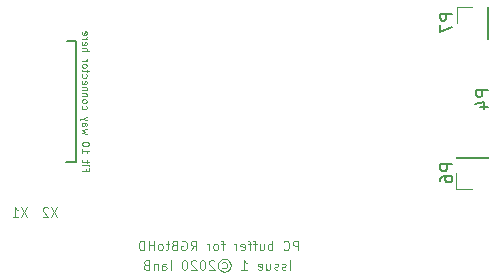
<source format=gbo>
G04 #@! TF.GenerationSoftware,KiCad,Pcbnew,(5.1.4)-1*
G04 #@! TF.CreationDate,2020-03-17T17:24:22+00:00*
G04 #@! TF.ProjectId,buffer,62756666-6572-42e6-9b69-6361645f7063,rev?*
G04 #@! TF.SameCoordinates,Original*
G04 #@! TF.FileFunction,Legend,Bot*
G04 #@! TF.FilePolarity,Positive*
%FSLAX46Y46*%
G04 Gerber Fmt 4.6, Leading zero omitted, Abs format (unit mm)*
G04 Created by KiCad (PCBNEW (5.1.4)-1) date 2020-03-17 17:24:22*
%MOMM*%
%LPD*%
G04 APERTURE LIST*
%ADD10C,0.120000*%
%ADD11C,0.100000*%
%ADD12C,0.150000*%
G04 APERTURE END LIST*
D10*
X40925219Y-48390864D02*
X40391885Y-49190864D01*
X40391885Y-48390864D02*
X40925219Y-49190864D01*
X40125219Y-48467055D02*
X40087123Y-48428960D01*
X40010933Y-48390864D01*
X39820457Y-48390864D01*
X39744266Y-48428960D01*
X39706171Y-48467055D01*
X39668076Y-48543245D01*
X39668076Y-48619436D01*
X39706171Y-48733721D01*
X40163314Y-49190864D01*
X39668076Y-49190864D01*
X38385219Y-48390864D02*
X37851885Y-49190864D01*
X37851885Y-48390864D02*
X38385219Y-49190864D01*
X37128076Y-49190864D02*
X37585219Y-49190864D01*
X37356647Y-49190864D02*
X37356647Y-48390864D01*
X37432838Y-48505150D01*
X37509028Y-48581340D01*
X37585219Y-48619436D01*
D11*
X43317657Y-45145245D02*
X43317657Y-45345245D01*
X43003371Y-45345245D02*
X43603371Y-45345245D01*
X43603371Y-45059531D01*
X43003371Y-44830960D02*
X43403371Y-44830960D01*
X43603371Y-44830960D02*
X43574800Y-44859531D01*
X43546228Y-44830960D01*
X43574800Y-44802388D01*
X43603371Y-44830960D01*
X43546228Y-44830960D01*
X43403371Y-44630960D02*
X43403371Y-44402388D01*
X43603371Y-44545245D02*
X43089085Y-44545245D01*
X43031942Y-44516674D01*
X43003371Y-44459531D01*
X43003371Y-44402388D01*
X43003371Y-43430960D02*
X43003371Y-43773817D01*
X43003371Y-43602388D02*
X43603371Y-43602388D01*
X43517657Y-43659531D01*
X43460514Y-43716674D01*
X43431942Y-43773817D01*
X43603371Y-43059531D02*
X43603371Y-43002388D01*
X43574800Y-42945245D01*
X43546228Y-42916674D01*
X43489085Y-42888102D01*
X43374800Y-42859531D01*
X43231942Y-42859531D01*
X43117657Y-42888102D01*
X43060514Y-42916674D01*
X43031942Y-42945245D01*
X43003371Y-43002388D01*
X43003371Y-43059531D01*
X43031942Y-43116674D01*
X43060514Y-43145245D01*
X43117657Y-43173817D01*
X43231942Y-43202388D01*
X43374800Y-43202388D01*
X43489085Y-43173817D01*
X43546228Y-43145245D01*
X43574800Y-43116674D01*
X43603371Y-43059531D01*
X43403371Y-42202388D02*
X43003371Y-42088102D01*
X43289085Y-41973817D01*
X43003371Y-41859531D01*
X43403371Y-41745245D01*
X43003371Y-41259531D02*
X43317657Y-41259531D01*
X43374800Y-41288102D01*
X43403371Y-41345245D01*
X43403371Y-41459531D01*
X43374800Y-41516674D01*
X43031942Y-41259531D02*
X43003371Y-41316674D01*
X43003371Y-41459531D01*
X43031942Y-41516674D01*
X43089085Y-41545245D01*
X43146228Y-41545245D01*
X43203371Y-41516674D01*
X43231942Y-41459531D01*
X43231942Y-41316674D01*
X43260514Y-41259531D01*
X43403371Y-41030960D02*
X43003371Y-40888102D01*
X43403371Y-40745245D02*
X43003371Y-40888102D01*
X42860514Y-40945245D01*
X42831942Y-40973817D01*
X42803371Y-41030960D01*
X43031942Y-39802388D02*
X43003371Y-39859531D01*
X43003371Y-39973817D01*
X43031942Y-40030960D01*
X43060514Y-40059531D01*
X43117657Y-40088102D01*
X43289085Y-40088102D01*
X43346228Y-40059531D01*
X43374800Y-40030960D01*
X43403371Y-39973817D01*
X43403371Y-39859531D01*
X43374800Y-39802388D01*
X43003371Y-39459531D02*
X43031942Y-39516674D01*
X43060514Y-39545245D01*
X43117657Y-39573817D01*
X43289085Y-39573817D01*
X43346228Y-39545245D01*
X43374800Y-39516674D01*
X43403371Y-39459531D01*
X43403371Y-39373817D01*
X43374800Y-39316674D01*
X43346228Y-39288102D01*
X43289085Y-39259531D01*
X43117657Y-39259531D01*
X43060514Y-39288102D01*
X43031942Y-39316674D01*
X43003371Y-39373817D01*
X43003371Y-39459531D01*
X43403371Y-39002388D02*
X43003371Y-39002388D01*
X43346228Y-39002388D02*
X43374800Y-38973817D01*
X43403371Y-38916674D01*
X43403371Y-38830960D01*
X43374800Y-38773817D01*
X43317657Y-38745245D01*
X43003371Y-38745245D01*
X43403371Y-38459531D02*
X43003371Y-38459531D01*
X43346228Y-38459531D02*
X43374800Y-38430960D01*
X43403371Y-38373817D01*
X43403371Y-38288102D01*
X43374800Y-38230960D01*
X43317657Y-38202388D01*
X43003371Y-38202388D01*
X43031942Y-37688102D02*
X43003371Y-37745245D01*
X43003371Y-37859531D01*
X43031942Y-37916674D01*
X43089085Y-37945245D01*
X43317657Y-37945245D01*
X43374800Y-37916674D01*
X43403371Y-37859531D01*
X43403371Y-37745245D01*
X43374800Y-37688102D01*
X43317657Y-37659531D01*
X43260514Y-37659531D01*
X43203371Y-37945245D01*
X43031942Y-37145245D02*
X43003371Y-37202388D01*
X43003371Y-37316674D01*
X43031942Y-37373817D01*
X43060514Y-37402388D01*
X43117657Y-37430960D01*
X43289085Y-37430960D01*
X43346228Y-37402388D01*
X43374800Y-37373817D01*
X43403371Y-37316674D01*
X43403371Y-37202388D01*
X43374800Y-37145245D01*
X43403371Y-36973817D02*
X43403371Y-36745245D01*
X43603371Y-36888102D02*
X43089085Y-36888102D01*
X43031942Y-36859531D01*
X43003371Y-36802388D01*
X43003371Y-36745245D01*
X43003371Y-36459531D02*
X43031942Y-36516674D01*
X43060514Y-36545245D01*
X43117657Y-36573817D01*
X43289085Y-36573817D01*
X43346228Y-36545245D01*
X43374800Y-36516674D01*
X43403371Y-36459531D01*
X43403371Y-36373817D01*
X43374800Y-36316674D01*
X43346228Y-36288102D01*
X43289085Y-36259531D01*
X43117657Y-36259531D01*
X43060514Y-36288102D01*
X43031942Y-36316674D01*
X43003371Y-36373817D01*
X43003371Y-36459531D01*
X43003371Y-36002388D02*
X43403371Y-36002388D01*
X43289085Y-36002388D02*
X43346228Y-35973817D01*
X43374800Y-35945245D01*
X43403371Y-35888102D01*
X43403371Y-35830960D01*
X43003371Y-35173817D02*
X43603371Y-35173817D01*
X43003371Y-34916674D02*
X43317657Y-34916674D01*
X43374800Y-34945245D01*
X43403371Y-35002388D01*
X43403371Y-35088102D01*
X43374800Y-35145245D01*
X43346228Y-35173817D01*
X43031942Y-34402388D02*
X43003371Y-34459531D01*
X43003371Y-34573817D01*
X43031942Y-34630960D01*
X43089085Y-34659531D01*
X43317657Y-34659531D01*
X43374800Y-34630960D01*
X43403371Y-34573817D01*
X43403371Y-34459531D01*
X43374800Y-34402388D01*
X43317657Y-34373817D01*
X43260514Y-34373817D01*
X43203371Y-34659531D01*
X43003371Y-34116674D02*
X43403371Y-34116674D01*
X43289085Y-34116674D02*
X43346228Y-34088102D01*
X43374800Y-34059531D01*
X43403371Y-34002388D01*
X43403371Y-33945245D01*
X43031942Y-33516674D02*
X43003371Y-33573817D01*
X43003371Y-33688102D01*
X43031942Y-33745245D01*
X43089085Y-33773817D01*
X43317657Y-33773817D01*
X43374800Y-33745245D01*
X43403371Y-33688102D01*
X43403371Y-33573817D01*
X43374800Y-33516674D01*
X43317657Y-33488102D01*
X43260514Y-33488102D01*
X43203371Y-33773817D01*
D12*
X42462000Y-34300160D02*
X41700000Y-34300160D01*
X42462000Y-44561760D02*
X42462000Y-34300160D01*
X41649200Y-44561760D02*
X42462000Y-44561760D01*
D10*
X61320657Y-52022964D02*
X61320657Y-51222964D01*
X61015895Y-51222964D01*
X60939704Y-51261060D01*
X60901609Y-51299155D01*
X60863514Y-51375345D01*
X60863514Y-51489631D01*
X60901609Y-51565821D01*
X60939704Y-51603917D01*
X61015895Y-51642012D01*
X61320657Y-51642012D01*
X60063514Y-51946774D02*
X60101609Y-51984869D01*
X60215895Y-52022964D01*
X60292085Y-52022964D01*
X60406371Y-51984869D01*
X60482561Y-51908679D01*
X60520657Y-51832488D01*
X60558752Y-51680107D01*
X60558752Y-51565821D01*
X60520657Y-51413440D01*
X60482561Y-51337250D01*
X60406371Y-51261060D01*
X60292085Y-51222964D01*
X60215895Y-51222964D01*
X60101609Y-51261060D01*
X60063514Y-51299155D01*
X59111133Y-52022964D02*
X59111133Y-51222964D01*
X59111133Y-51527726D02*
X59034942Y-51489631D01*
X58882561Y-51489631D01*
X58806371Y-51527726D01*
X58768276Y-51565821D01*
X58730180Y-51642012D01*
X58730180Y-51870583D01*
X58768276Y-51946774D01*
X58806371Y-51984869D01*
X58882561Y-52022964D01*
X59034942Y-52022964D01*
X59111133Y-51984869D01*
X58044466Y-51489631D02*
X58044466Y-52022964D01*
X58387323Y-51489631D02*
X58387323Y-51908679D01*
X58349228Y-51984869D01*
X58273038Y-52022964D01*
X58158752Y-52022964D01*
X58082561Y-51984869D01*
X58044466Y-51946774D01*
X57777800Y-51489631D02*
X57473038Y-51489631D01*
X57663514Y-52022964D02*
X57663514Y-51337250D01*
X57625419Y-51261060D01*
X57549228Y-51222964D01*
X57473038Y-51222964D01*
X57320657Y-51489631D02*
X57015895Y-51489631D01*
X57206371Y-52022964D02*
X57206371Y-51337250D01*
X57168276Y-51261060D01*
X57092085Y-51222964D01*
X57015895Y-51222964D01*
X56444466Y-51984869D02*
X56520657Y-52022964D01*
X56673038Y-52022964D01*
X56749228Y-51984869D01*
X56787323Y-51908679D01*
X56787323Y-51603917D01*
X56749228Y-51527726D01*
X56673038Y-51489631D01*
X56520657Y-51489631D01*
X56444466Y-51527726D01*
X56406371Y-51603917D01*
X56406371Y-51680107D01*
X56787323Y-51756298D01*
X56063514Y-52022964D02*
X56063514Y-51489631D01*
X56063514Y-51642012D02*
X56025419Y-51565821D01*
X55987323Y-51527726D01*
X55911133Y-51489631D01*
X55834942Y-51489631D01*
X55073038Y-51489631D02*
X54768276Y-51489631D01*
X54958752Y-52022964D02*
X54958752Y-51337250D01*
X54920657Y-51261060D01*
X54844466Y-51222964D01*
X54768276Y-51222964D01*
X54387323Y-52022964D02*
X54463514Y-51984869D01*
X54501609Y-51946774D01*
X54539704Y-51870583D01*
X54539704Y-51642012D01*
X54501609Y-51565821D01*
X54463514Y-51527726D01*
X54387323Y-51489631D01*
X54273038Y-51489631D01*
X54196847Y-51527726D01*
X54158752Y-51565821D01*
X54120657Y-51642012D01*
X54120657Y-51870583D01*
X54158752Y-51946774D01*
X54196847Y-51984869D01*
X54273038Y-52022964D01*
X54387323Y-52022964D01*
X53777800Y-52022964D02*
X53777800Y-51489631D01*
X53777800Y-51642012D02*
X53739704Y-51565821D01*
X53701609Y-51527726D01*
X53625419Y-51489631D01*
X53549228Y-51489631D01*
X52215895Y-52022964D02*
X52482561Y-51642012D01*
X52673038Y-52022964D02*
X52673038Y-51222964D01*
X52368276Y-51222964D01*
X52292085Y-51261060D01*
X52253990Y-51299155D01*
X52215895Y-51375345D01*
X52215895Y-51489631D01*
X52253990Y-51565821D01*
X52292085Y-51603917D01*
X52368276Y-51642012D01*
X52673038Y-51642012D01*
X51453990Y-51261060D02*
X51530180Y-51222964D01*
X51644466Y-51222964D01*
X51758752Y-51261060D01*
X51834942Y-51337250D01*
X51873038Y-51413440D01*
X51911133Y-51565821D01*
X51911133Y-51680107D01*
X51873038Y-51832488D01*
X51834942Y-51908679D01*
X51758752Y-51984869D01*
X51644466Y-52022964D01*
X51568276Y-52022964D01*
X51453990Y-51984869D01*
X51415895Y-51946774D01*
X51415895Y-51680107D01*
X51568276Y-51680107D01*
X50806371Y-51603917D02*
X50692085Y-51642012D01*
X50653990Y-51680107D01*
X50615895Y-51756298D01*
X50615895Y-51870583D01*
X50653990Y-51946774D01*
X50692085Y-51984869D01*
X50768276Y-52022964D01*
X51073038Y-52022964D01*
X51073038Y-51222964D01*
X50806371Y-51222964D01*
X50730180Y-51261060D01*
X50692085Y-51299155D01*
X50653990Y-51375345D01*
X50653990Y-51451536D01*
X50692085Y-51527726D01*
X50730180Y-51565821D01*
X50806371Y-51603917D01*
X51073038Y-51603917D01*
X50387323Y-51489631D02*
X50082561Y-51489631D01*
X50273038Y-51222964D02*
X50273038Y-51908679D01*
X50234942Y-51984869D01*
X50158752Y-52022964D01*
X50082561Y-52022964D01*
X49701609Y-52022964D02*
X49777800Y-51984869D01*
X49815895Y-51946774D01*
X49853990Y-51870583D01*
X49853990Y-51642012D01*
X49815895Y-51565821D01*
X49777800Y-51527726D01*
X49701609Y-51489631D01*
X49587323Y-51489631D01*
X49511133Y-51527726D01*
X49473038Y-51565821D01*
X49434942Y-51642012D01*
X49434942Y-51870583D01*
X49473038Y-51946774D01*
X49511133Y-51984869D01*
X49587323Y-52022964D01*
X49701609Y-52022964D01*
X49092085Y-52022964D02*
X49092085Y-51222964D01*
X49092085Y-51603917D02*
X48634942Y-51603917D01*
X48634942Y-52022964D02*
X48634942Y-51222964D01*
X48253990Y-52022964D02*
X48253990Y-51222964D01*
X48063514Y-51222964D01*
X47949228Y-51261060D01*
X47873038Y-51337250D01*
X47834942Y-51413440D01*
X47796847Y-51565821D01*
X47796847Y-51680107D01*
X47834942Y-51832488D01*
X47873038Y-51908679D01*
X47949228Y-51984869D01*
X48063514Y-52022964D01*
X48253990Y-52022964D01*
X60609528Y-53686664D02*
X60609528Y-52886664D01*
X60266671Y-53648569D02*
X60190480Y-53686664D01*
X60038100Y-53686664D01*
X59961909Y-53648569D01*
X59923814Y-53572379D01*
X59923814Y-53534283D01*
X59961909Y-53458093D01*
X60038100Y-53419998D01*
X60152385Y-53419998D01*
X60228576Y-53381902D01*
X60266671Y-53305712D01*
X60266671Y-53267617D01*
X60228576Y-53191426D01*
X60152385Y-53153331D01*
X60038100Y-53153331D01*
X59961909Y-53191426D01*
X59619052Y-53648569D02*
X59542861Y-53686664D01*
X59390480Y-53686664D01*
X59314290Y-53648569D01*
X59276195Y-53572379D01*
X59276195Y-53534283D01*
X59314290Y-53458093D01*
X59390480Y-53419998D01*
X59504766Y-53419998D01*
X59580957Y-53381902D01*
X59619052Y-53305712D01*
X59619052Y-53267617D01*
X59580957Y-53191426D01*
X59504766Y-53153331D01*
X59390480Y-53153331D01*
X59314290Y-53191426D01*
X58590480Y-53153331D02*
X58590480Y-53686664D01*
X58933338Y-53153331D02*
X58933338Y-53572379D01*
X58895242Y-53648569D01*
X58819052Y-53686664D01*
X58704766Y-53686664D01*
X58628576Y-53648569D01*
X58590480Y-53610474D01*
X57904766Y-53648569D02*
X57980957Y-53686664D01*
X58133338Y-53686664D01*
X58209528Y-53648569D01*
X58247623Y-53572379D01*
X58247623Y-53267617D01*
X58209528Y-53191426D01*
X58133338Y-53153331D01*
X57980957Y-53153331D01*
X57904766Y-53191426D01*
X57866671Y-53267617D01*
X57866671Y-53343807D01*
X58247623Y-53419998D01*
X56495242Y-53686664D02*
X56952385Y-53686664D01*
X56723814Y-53686664D02*
X56723814Y-52886664D01*
X56800004Y-53000950D01*
X56876195Y-53077140D01*
X56952385Y-53115236D01*
X54895242Y-53077140D02*
X54971433Y-53039045D01*
X55123814Y-53039045D01*
X55200004Y-53077140D01*
X55276195Y-53153331D01*
X55314290Y-53229521D01*
X55314290Y-53381902D01*
X55276195Y-53458093D01*
X55200004Y-53534283D01*
X55123814Y-53572379D01*
X54971433Y-53572379D01*
X54895242Y-53534283D01*
X55047623Y-52772379D02*
X55238100Y-52810474D01*
X55428576Y-52924760D01*
X55542861Y-53115236D01*
X55580957Y-53305712D01*
X55542861Y-53496188D01*
X55428576Y-53686664D01*
X55238100Y-53800950D01*
X55047623Y-53839045D01*
X54857147Y-53800950D01*
X54666671Y-53686664D01*
X54552385Y-53496188D01*
X54514290Y-53305712D01*
X54552385Y-53115236D01*
X54666671Y-52924760D01*
X54857147Y-52810474D01*
X55047623Y-52772379D01*
X54209528Y-52962855D02*
X54171433Y-52924760D01*
X54095242Y-52886664D01*
X53904766Y-52886664D01*
X53828576Y-52924760D01*
X53790480Y-52962855D01*
X53752385Y-53039045D01*
X53752385Y-53115236D01*
X53790480Y-53229521D01*
X54247623Y-53686664D01*
X53752385Y-53686664D01*
X53257147Y-52886664D02*
X53180957Y-52886664D01*
X53104766Y-52924760D01*
X53066671Y-52962855D01*
X53028576Y-53039045D01*
X52990480Y-53191426D01*
X52990480Y-53381902D01*
X53028576Y-53534283D01*
X53066671Y-53610474D01*
X53104766Y-53648569D01*
X53180957Y-53686664D01*
X53257147Y-53686664D01*
X53333338Y-53648569D01*
X53371433Y-53610474D01*
X53409528Y-53534283D01*
X53447623Y-53381902D01*
X53447623Y-53191426D01*
X53409528Y-53039045D01*
X53371433Y-52962855D01*
X53333338Y-52924760D01*
X53257147Y-52886664D01*
X52685719Y-52962855D02*
X52647623Y-52924760D01*
X52571433Y-52886664D01*
X52380957Y-52886664D01*
X52304766Y-52924760D01*
X52266671Y-52962855D01*
X52228576Y-53039045D01*
X52228576Y-53115236D01*
X52266671Y-53229521D01*
X52723814Y-53686664D01*
X52228576Y-53686664D01*
X51733338Y-52886664D02*
X51657147Y-52886664D01*
X51580957Y-52924760D01*
X51542861Y-52962855D01*
X51504766Y-53039045D01*
X51466671Y-53191426D01*
X51466671Y-53381902D01*
X51504766Y-53534283D01*
X51542861Y-53610474D01*
X51580957Y-53648569D01*
X51657147Y-53686664D01*
X51733338Y-53686664D01*
X51809528Y-53648569D01*
X51847623Y-53610474D01*
X51885719Y-53534283D01*
X51923814Y-53381902D01*
X51923814Y-53191426D01*
X51885719Y-53039045D01*
X51847623Y-52962855D01*
X51809528Y-52924760D01*
X51733338Y-52886664D01*
X50514290Y-53686664D02*
X50514290Y-52886664D01*
X49790480Y-53686664D02*
X49790480Y-53267617D01*
X49828576Y-53191426D01*
X49904766Y-53153331D01*
X50057147Y-53153331D01*
X50133338Y-53191426D01*
X49790480Y-53648569D02*
X49866671Y-53686664D01*
X50057147Y-53686664D01*
X50133338Y-53648569D01*
X50171433Y-53572379D01*
X50171433Y-53496188D01*
X50133338Y-53419998D01*
X50057147Y-53381902D01*
X49866671Y-53381902D01*
X49790480Y-53343807D01*
X49409528Y-53153331D02*
X49409528Y-53686664D01*
X49409528Y-53229521D02*
X49371433Y-53191426D01*
X49295242Y-53153331D01*
X49180957Y-53153331D01*
X49104766Y-53191426D01*
X49066671Y-53267617D01*
X49066671Y-53686664D01*
X48419052Y-53267617D02*
X48304766Y-53305712D01*
X48266671Y-53343807D01*
X48228576Y-53419998D01*
X48228576Y-53534283D01*
X48266671Y-53610474D01*
X48304766Y-53648569D01*
X48380957Y-53686664D01*
X48685719Y-53686664D01*
X48685719Y-52886664D01*
X48419052Y-52886664D01*
X48342861Y-52924760D01*
X48304766Y-52962855D01*
X48266671Y-53039045D01*
X48266671Y-53115236D01*
X48304766Y-53191426D01*
X48342861Y-53229521D01*
X48419052Y-53267617D01*
X48685719Y-53267617D01*
X74703180Y-44174100D02*
X77363180Y-44174100D01*
X74703180Y-44234100D02*
X74703180Y-44174100D01*
X77363180Y-44234100D02*
X77363180Y-44174100D01*
X74703180Y-44234100D02*
X77363180Y-44234100D01*
X74703180Y-45504100D02*
X74703180Y-46834100D01*
X74703180Y-46834100D02*
X76033180Y-46834100D01*
X77370800Y-31471560D02*
X77370800Y-34131560D01*
X77310800Y-31471560D02*
X77370800Y-31471560D01*
X77310800Y-34131560D02*
X77370800Y-34131560D01*
X77310800Y-31471560D02*
X77310800Y-34131560D01*
X76040800Y-31471560D02*
X74710800Y-31471560D01*
X74710800Y-31471560D02*
X74710800Y-32801560D01*
D12*
X77364380Y-38482864D02*
X76364380Y-38482864D01*
X76364380Y-38863817D01*
X76412000Y-38959055D01*
X76459619Y-39006674D01*
X76554857Y-39054293D01*
X76697714Y-39054293D01*
X76792952Y-39006674D01*
X76840571Y-38959055D01*
X76888190Y-38863817D01*
X76888190Y-38482864D01*
X76697714Y-39911436D02*
X77364380Y-39911436D01*
X76316761Y-39673340D02*
X77031047Y-39435245D01*
X77031047Y-40054293D01*
X74351960Y-44766004D02*
X73351960Y-44766004D01*
X73351960Y-45146957D01*
X73399580Y-45242195D01*
X73447199Y-45289814D01*
X73542437Y-45337433D01*
X73685294Y-45337433D01*
X73780532Y-45289814D01*
X73828151Y-45242195D01*
X73875770Y-45146957D01*
X73875770Y-44766004D01*
X73351960Y-46194576D02*
X73351960Y-46004100D01*
X73399580Y-45908861D01*
X73447199Y-45861242D01*
X73590056Y-45766004D01*
X73780532Y-45718385D01*
X74161484Y-45718385D01*
X74256722Y-45766004D01*
X74304341Y-45813623D01*
X74351960Y-45908861D01*
X74351960Y-46099338D01*
X74304341Y-46194576D01*
X74256722Y-46242195D01*
X74161484Y-46289814D01*
X73923389Y-46289814D01*
X73828151Y-46242195D01*
X73780532Y-46194576D01*
X73732913Y-46099338D01*
X73732913Y-45908861D01*
X73780532Y-45813623D01*
X73828151Y-45766004D01*
X73923389Y-45718385D01*
X74308780Y-32012664D02*
X73308780Y-32012664D01*
X73308780Y-32393617D01*
X73356400Y-32488855D01*
X73404019Y-32536474D01*
X73499257Y-32584093D01*
X73642114Y-32584093D01*
X73737352Y-32536474D01*
X73784971Y-32488855D01*
X73832590Y-32393617D01*
X73832590Y-32012664D01*
X73308780Y-32917426D02*
X73308780Y-33584093D01*
X74308780Y-33155521D01*
M02*

</source>
